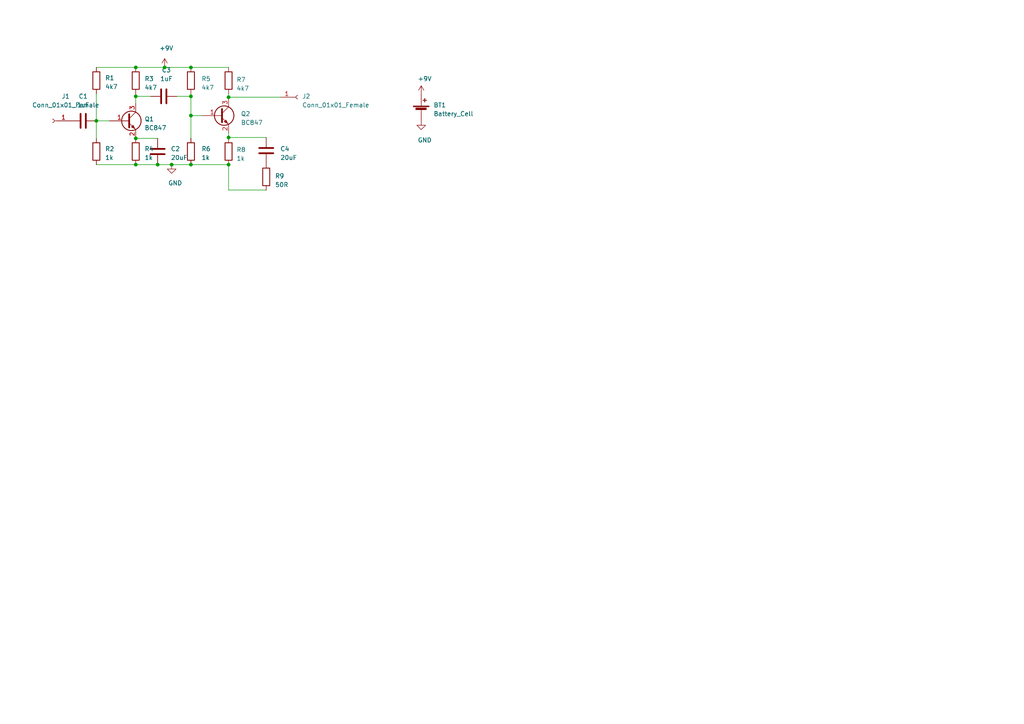
<source format=kicad_sch>
(kicad_sch (version 20210123) (generator eeschema)
  (paper "A4")
  (lib_symbols
    (symbol "Connector:Conn_01x01_Female" (pin_names (offset 1.016) hide)
      (property "Reference" "J" (at 0 2.54 0))
      (property "Value" "Conn_01x01_Female" (at 0 -2.54 0))
      (symbol "Conn_01x01_Female_1_1"
        (arc (start 0 0.508) (end 0 -0.508) (radius (at 0 0) (length 0.508) (angles 90.1 -90.1)) (stroke (width 0.1524)))
        (polyline (pts (xy -1.27 0) (xy -0.508 0)) (stroke (width 0.1524)))
        (pin passive line (at -5.08 0 0) (length 3.81) (name "Pin_1") (number "1"))
      )
    )
    (symbol "Device:Battery_Cell" (pin_numbers hide) (pin_names (offset 0) hide)
      (property "Reference" "BT" (at 2.54 2.54 0))
      (property "Value" "Battery_Cell" (at 2.54 0 0))
      (symbol "Battery_Cell_0_1"
        (rectangle (start -2.286 1.778) (end 2.286 1.524) (fill (type outline)))
        (rectangle (start -1.5748 1.1938) (end 1.4732 0.6858) (fill (type outline)))
        (polyline (pts (xy 0 0.762) (xy 0 0)))
        (polyline (pts (xy 0 1.778) (xy 0 2.54)))
        (polyline (pts (xy 0.508 3.429) (xy 1.524 3.429)) (stroke (width 0.254)))
        (polyline (pts (xy 1.016 3.937) (xy 1.016 2.921)) (stroke (width 0.254)))
      )
      (symbol "Battery_Cell_1_1"
        (pin passive line (at 0 5.08 270) (length 2.54) (name "+") (number "1"))
        (pin passive line (at 0 -2.54 90) (length 2.54) (name "-") (number "2"))
      )
    )
    (symbol "Device:C" (pin_numbers hide) (pin_names (offset 0.254))
      (property "Reference" "C" (at 0.635 2.54 0))
      (property "Value" "C" (at 0.635 -2.54 0))
      (symbol "C_0_1"
        (polyline (pts (xy -2.032 -0.762) (xy 2.032 -0.762)) (stroke (width 0.508)))
        (polyline (pts (xy -2.032 0.762) (xy 2.032 0.762)) (stroke (width 0.508)))
      )
      (symbol "C_1_1"
        (pin passive line (at 0 3.81 270) (length 2.794) (name "~") (number "1"))
        (pin passive line (at 0 -3.81 90) (length 2.794) (name "~") (number "2"))
      )
    )
    (symbol "Device:R" (pin_numbers hide) (pin_names (offset 0))
      (property "Reference" "R" (at 2.032 0 90))
      (property "Value" "R" (at 0 0 90))
      (symbol "R_0_1"
        (rectangle (start -1.016 -2.54) (end 1.016 2.54) (stroke (width 0.254)))
      )
      (symbol "R_1_1"
        (pin passive line (at 0 3.81 270) (length 1.27) (name "~") (number "1"))
        (pin passive line (at 0 -3.81 90) (length 1.27) (name "~") (number "2"))
      )
    )
    (symbol "Transistor_BJT:BC847" (pin_names (offset 0) hide)
      (property "Reference" "Q" (at 5.08 1.905 0))
      (property "Value" "BC847" (at 5.08 0 0))
      (symbol "BC847_0_1"
        (circle (center 1.27 0) (radius 2.8194) (stroke (width 0.254)))
        (polyline (pts (xy 0.635 0.635) (xy 2.54 2.54)))
        (polyline (pts (xy 0.635 -0.635) (xy 2.54 -2.54) (xy 2.54 -2.54)))
        (polyline (pts (xy 0.635 1.905) (xy 0.635 -1.905) (xy 0.635 -1.905)) (stroke (width 0.508)))
        (polyline (pts (xy 1.27 -1.778) (xy 1.778 -1.27) (xy 2.286 -2.286) (xy 1.27 -1.778) (xy 1.27 -1.778)) (fill (type outline)))
      )
      (symbol "BC847_1_1"
        (pin input line (at -5.08 0 0) (length 5.715) (name "B") (number "1"))
        (pin passive line (at 2.54 -5.08 90) (length 2.54) (name "E") (number "2"))
        (pin passive line (at 2.54 5.08 270) (length 2.54) (name "C") (number "3"))
      )
    )
    (symbol "power:+9V" (power) (pin_names (offset 0))
      (property "Value" "+9V" (at 0 3.556 0))
      (symbol "+9V_0_1"
        (polyline (pts (xy -0.762 1.27) (xy 0 2.54)))
        (polyline (pts (xy 0 0) (xy 0 2.54)))
        (polyline (pts (xy 0 2.54) (xy 0.762 1.27)))
      )
      (symbol "+9V_1_1"
        (pin power_in line (at 0 0 90) (length 0) hide (name "+9V") (number "1"))
      )
    )
    (symbol "power:GND" (power) (pin_names (offset 0))
      (property "Value" "GND" (at 0 -3.81 0))
      (symbol "GND_0_1"
        (polyline (pts (xy 0 0) (xy 0 -1.27) (xy 1.27 -1.27) (xy 0 -2.54) (xy -1.27 -1.27) (xy 0 -1.27)))
      )
      (symbol "GND_1_1"
        (pin power_in line (at 0 0 270) (length 0) hide (name "GND") (number "1"))
      )
    )
  )
  (junction (at 27.94 35.052) (diameter 0.9144))
  (junction (at 39.37 19.558) (diameter 0.9144))
  (junction (at 39.37 27.94) (diameter 0.9144))
  (junction (at 39.37 40.132) (diameter 0.9144))
  (junction (at 39.37 47.752) (diameter 0.9144))
  (junction (at 45.72 47.752) (diameter 0.9144))
  (junction (at 47.752 19.558) (diameter 0.9144))
  (junction (at 49.784 47.752) (diameter 0.9144))
  (junction (at 55.372 19.558) (diameter 0.9144))
  (junction (at 55.372 27.94) (diameter 0.9144))
  (junction (at 55.372 33.528) (diameter 0.9144))
  (junction (at 55.372 47.752) (diameter 0.9144))
  (junction (at 66.294 28.194) (diameter 0.9144))
  (junction (at 66.294 39.878) (diameter 0.9144))
  (junction (at 66.294 47.752) (diameter 0.9144))
  (wire (pts (xy 27.94 19.558) (xy 39.37 19.558)))
  (wire (pts (xy 27.94 27.178) (xy 27.94 35.052)))
  (wire (pts (xy 27.94 35.052) (xy 27.94 40.132)))
  (wire (pts (xy 27.94 47.752) (xy 39.37 47.752)))
  (wire (pts (xy 31.75 35.052) (xy 27.94 35.052)))
  (wire (pts (xy 39.37 19.558) (xy 47.752 19.558)))
  (wire (pts (xy 39.37 27.178) (xy 39.37 27.94)))
  (wire (pts (xy 39.37 27.94) (xy 39.37 29.972)))
  (wire (pts (xy 39.37 27.94) (xy 43.688 27.94)))
  (wire (pts (xy 39.37 40.132) (xy 45.72 40.132)))
  (wire (pts (xy 39.37 47.752) (xy 45.72 47.752)))
  (wire (pts (xy 45.72 47.752) (xy 49.784 47.752)))
  (wire (pts (xy 47.752 19.558) (xy 55.372 19.558)))
  (wire (pts (xy 49.784 47.752) (xy 55.372 47.752)))
  (wire (pts (xy 51.308 27.94) (xy 55.372 27.94)))
  (wire (pts (xy 55.372 19.558) (xy 66.294 19.558)))
  (wire (pts (xy 55.372 27.94) (xy 55.372 27.178)))
  (wire (pts (xy 55.372 27.94) (xy 55.372 33.528)))
  (wire (pts (xy 55.372 33.528) (xy 55.372 40.132)))
  (wire (pts (xy 55.372 47.752) (xy 66.294 47.752)))
  (wire (pts (xy 58.674 33.528) (xy 55.372 33.528)))
  (wire (pts (xy 66.294 27.178) (xy 66.294 28.194)))
  (wire (pts (xy 66.294 28.194) (xy 66.294 28.448)))
  (wire (pts (xy 66.294 28.194) (xy 81.28 28.194)))
  (wire (pts (xy 66.294 38.608) (xy 66.294 39.878)))
  (wire (pts (xy 66.294 39.878) (xy 66.294 40.132)))
  (wire (pts (xy 66.294 39.878) (xy 77.216 39.878)))
  (wire (pts (xy 66.294 55.118) (xy 66.294 47.752)))
  (wire (pts (xy 77.216 55.118) (xy 66.294 55.118)))
  (symbol (lib_id "power:+9V") (at 47.752 19.558 0) (unit 1)
    (property "Reference" "#PWR0101" (effects hide))
    (property "Value" "+9V" (at 48.26 13.97 0))
  )
  (symbol (lib_id "power:+9V") (at 122.174 27.432 0) (unit 1)
    (property "Reference" "#PWR0104" (effects hide))
    (property "Value" "+9V" (at 123.19 22.86 0))
  )
  (symbol (lib_id "power:GND") (at 49.784 47.752 0) (unit 1)
    (property "Reference" "#PWR0102" (effects hide))
    (property "Value" "GND" (at 50.8 53.086 0))
  )
  (symbol (lib_id "power:GND") (at 122.174 35.052 0) (unit 1)
    (property "Reference" "#PWR0103" (effects hide))
    (property "Value" "GND" (at 123.19 40.64 0))
  )
  (symbol (lib_id "Connector:Conn_01x01_Female") (at 15.24 35.052 180) (unit 1)
    (property "Reference" "J1" (at 19.05 27.94 0))
    (property "Value" "Conn_01x01_Female" (at 19.05 30.48 0))
    (property "Footprint" "Connector_PinHeader_2.54mm:PinHeader_1x01_P2.54mm_Horizontal" (effects hide))
  )
  (symbol (lib_id "Connector:Conn_01x01_Female") (at 86.36 28.194 0) (unit 1)
    (property "Reference" "J2" (at 87.63 27.94 0) (effects (justify left)))
    (property "Value" "Conn_01x01_Female" (at 87.63 30.48 0) (effects (justify left)))
    (property "Footprint" "Connector_PinHeader_2.54mm:PinHeader_1x01_P2.54mm_Horizontal" (effects hide))
  )
  (symbol (lib_id "Device:R") (at 27.94 23.368 0) (unit 1)
    (property "Reference" "R1" (at 30.48 22.606 0) (effects (justify left)))
    (property "Value" "4k7" (at 30.48 25.146 0) (effects (justify left)))
    (property "Footprint" "Resistor_SMD:R_0805_2012Metric" (effects hide))
  )
  (symbol (lib_id "Device:R") (at 27.94 43.942 0) (unit 1)
    (property "Reference" "R2" (at 30.48 43.18 0) (effects (justify left)))
    (property "Value" "1k" (at 30.48 45.72 0) (effects (justify left)))
    (property "Footprint" "Resistor_SMD:R_0805_2012Metric" (effects hide))
  )
  (symbol (lib_id "Device:R") (at 39.37 23.368 0) (unit 1)
    (property "Reference" "R3" (at 41.91 22.86 0) (effects (justify left)))
    (property "Value" "4k7" (at 41.91 25.4 0) (effects (justify left)))
    (property "Footprint" "Resistor_SMD:R_0805_2012Metric" (effects hide))
  )
  (symbol (lib_id "Device:R") (at 39.37 43.942 0) (unit 1)
    (property "Reference" "R4" (at 41.91 43.18 0) (effects (justify left)))
    (property "Value" "1k" (at 41.91 45.72 0) (effects (justify left)))
    (property "Footprint" "Resistor_SMD:R_0805_2012Metric" (effects hide))
  )
  (symbol (lib_id "Device:R") (at 55.372 23.368 0) (unit 1)
    (property "Reference" "R5" (at 58.42 22.86 0) (effects (justify left)))
    (property "Value" "4k7" (at 58.42 25.4 0) (effects (justify left)))
    (property "Footprint" "Resistor_SMD:R_0805_2012Metric" (effects hide))
  )
  (symbol (lib_id "Device:R") (at 55.372 43.942 0) (unit 1)
    (property "Reference" "R6" (at 58.42 43.18 0) (effects (justify left)))
    (property "Value" "1k" (at 58.42 45.72 0) (effects (justify left)))
    (property "Footprint" "Resistor_SMD:R_0805_2012Metric" (effects hide))
  )
  (symbol (lib_id "Device:R") (at 66.294 23.368 0) (unit 1)
    (property "Reference" "R7" (at 68.58 23.114 0) (effects (justify left)))
    (property "Value" "4k7" (at 68.58 25.654 0) (effects (justify left)))
    (property "Footprint" "Resistor_SMD:R_0805_2012Metric" (effects hide))
  )
  (symbol (lib_id "Device:R") (at 66.294 43.942 0) (unit 1)
    (property "Reference" "R8" (at 68.58 43.434 0) (effects (justify left)))
    (property "Value" "1k" (at 68.58 45.974 0) (effects (justify left)))
    (property "Footprint" "Resistor_SMD:R_0805_2012Metric" (effects hide))
  )
  (symbol (lib_id "Device:R") (at 77.216 51.308 0) (unit 1)
    (property "Reference" "R9" (at 79.756 51.054 0) (effects (justify left)))
    (property "Value" "50R" (at 79.756 53.594 0) (effects (justify left)))
    (property "Footprint" "Resistor_SMD:R_0805_2012Metric" (effects hide))
  )
  (symbol (lib_id "Device:C") (at 24.13 35.052 90) (unit 1)
    (property "Reference" "C1" (at 24.13 27.94 90))
    (property "Value" "1uF" (at 24.13 30.48 90))
    (property "Footprint" "Capacitor_SMD:C_0805_2012Metric" (effects hide))
  )
  (symbol (lib_id "Device:C") (at 45.72 43.942 180) (unit 1)
    (property "Reference" "C2" (at 49.53 43.18 0) (effects (justify right)))
    (property "Value" "20uF" (at 49.53 45.72 0) (effects (justify right)))
    (property "Footprint" "Capacitor_SMD:C_0805_2012Metric" (effects hide))
  )
  (symbol (lib_id "Device:C") (at 47.498 27.94 90) (unit 1)
    (property "Reference" "C3" (at 48.26 20.32 90))
    (property "Value" "1uF" (at 48.26 22.86 90))
    (property "Footprint" "Capacitor_SMD:C_0805_2012Metric" (effects hide))
  )
  (symbol (lib_id "Device:C") (at 77.216 43.688 180) (unit 1)
    (property "Reference" "C4" (at 81.28 43.18 0) (effects (justify right)))
    (property "Value" "20uF" (at 81.28 45.72 0) (effects (justify right)))
    (property "Footprint" "Capacitor_SMD:C_0805_2012Metric" (effects hide))
  )
  (symbol (lib_id "Device:Battery_Cell") (at 122.174 32.512 0) (unit 1)
    (property "Reference" "BT1" (at 125.73 30.48 0) (effects (justify left)))
    (property "Value" "Battery_Cell" (at 125.73 33.02 0) (effects (justify left)))
    (property "Footprint" "Battery:BatteryHolder_Keystone_103_1x20mm" (effects hide))
  )
  (symbol (lib_id "Transistor_BJT:BC847") (at 36.83 35.052 0) (unit 1)
    (property "Reference" "Q1" (at 41.91 34.544 0) (effects (justify left)))
    (property "Value" "BC847" (at 41.91 37.084 0) (effects (justify left)))
    (property "Footprint" "Package_TO_SOT_SMD:SOT-23" (effects hide))
    (property "Datasheet" "http://www.infineon.com/dgdl/Infineon-BC847SERIES_BC848SERIES_BC849SERIES_BC850SERIES-DS-v01_01-en.pdf?fileId=db3a304314dca389011541d4630a1657" (effects hide))
  )
  (symbol (lib_id "Transistor_BJT:BC847") (at 63.754 33.528 0) (unit 1)
    (property "Reference" "Q2" (at 69.85 33.02 0) (effects (justify left)))
    (property "Value" "BC847" (at 69.85 35.56 0) (effects (justify left)))
    (property "Footprint" "Package_TO_SOT_SMD:SOT-23" (effects hide))
    (property "Datasheet" "http://www.infineon.com/dgdl/Infineon-BC847SERIES_BC848SERIES_BC849SERIES_BC850SERIES-DS-v01_01-en.pdf?fileId=db3a304314dca389011541d4630a1657" (effects hide))
  )
)
</source>
